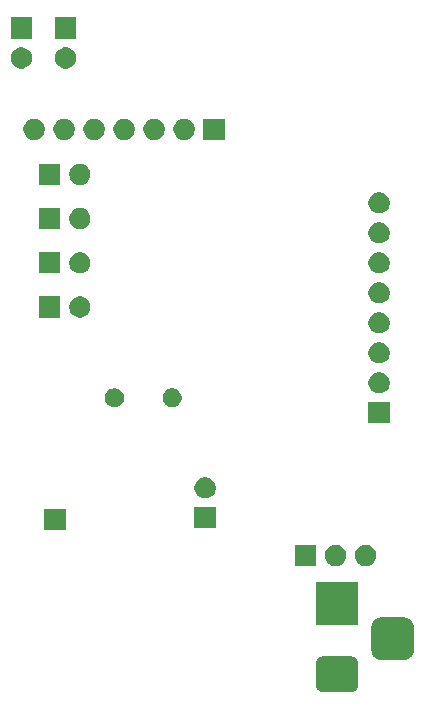
<source format=gbr>
G04 #@! TF.GenerationSoftware,KiCad,Pcbnew,(5.1.6)-1*
G04 #@! TF.CreationDate,2020-08-07T20:36:43-05:00*
G04 #@! TF.ProjectId,EncoderBoard2,456e636f-6465-4724-926f-617264322e6b,v1.0*
G04 #@! TF.SameCoordinates,Original*
G04 #@! TF.FileFunction,Soldermask,Bot*
G04 #@! TF.FilePolarity,Negative*
%FSLAX46Y46*%
G04 Gerber Fmt 4.6, Leading zero omitted, Abs format (unit mm)*
G04 Created by KiCad (PCBNEW (5.1.6)-1) date 2020-08-07 20:36:43*
%MOMM*%
%LPD*%
G01*
G04 APERTURE LIST*
%ADD10C,0.100000*%
G04 APERTURE END LIST*
D10*
G36*
X134957979Y-143579093D02*
G01*
X135091625Y-143619634D01*
X135214784Y-143685464D01*
X135322740Y-143774060D01*
X135411336Y-143882016D01*
X135477166Y-144005175D01*
X135517707Y-144138821D01*
X135532000Y-144283940D01*
X135532000Y-145947660D01*
X135517707Y-146092779D01*
X135477166Y-146226425D01*
X135411336Y-146349584D01*
X135322740Y-146457540D01*
X135214784Y-146546136D01*
X135091625Y-146611966D01*
X134957979Y-146652507D01*
X134812860Y-146666800D01*
X132649140Y-146666800D01*
X132504021Y-146652507D01*
X132370375Y-146611966D01*
X132247216Y-146546136D01*
X132139260Y-146457540D01*
X132050664Y-146349584D01*
X131984834Y-146226425D01*
X131944293Y-146092779D01*
X131930000Y-145947660D01*
X131930000Y-144283940D01*
X131944293Y-144138821D01*
X131984834Y-144005175D01*
X132050664Y-143882016D01*
X132139260Y-143774060D01*
X132247216Y-143685464D01*
X132370375Y-143619634D01*
X132504021Y-143579093D01*
X132649140Y-143564800D01*
X134812860Y-143564800D01*
X134957979Y-143579093D01*
G37*
G36*
X139557366Y-140331495D02*
G01*
X139714460Y-140379149D01*
X139859231Y-140456531D01*
X139986128Y-140560672D01*
X140090269Y-140687569D01*
X140167651Y-140832340D01*
X140215305Y-140989434D01*
X140232000Y-141158940D01*
X140232000Y-143072660D01*
X140215305Y-143242166D01*
X140167651Y-143399260D01*
X140090269Y-143544031D01*
X139986128Y-143670928D01*
X139859231Y-143775069D01*
X139714460Y-143852451D01*
X139557366Y-143900105D01*
X139387860Y-143916800D01*
X137474140Y-143916800D01*
X137304634Y-143900105D01*
X137147540Y-143852451D01*
X137002769Y-143775069D01*
X136875872Y-143670928D01*
X136771731Y-143544031D01*
X136694349Y-143399260D01*
X136646695Y-143242166D01*
X136630000Y-143072660D01*
X136630000Y-141158940D01*
X136646695Y-140989434D01*
X136694349Y-140832340D01*
X136771731Y-140687569D01*
X136875872Y-140560672D01*
X137002769Y-140456531D01*
X137147540Y-140379149D01*
X137304634Y-140331495D01*
X137474140Y-140314800D01*
X139387860Y-140314800D01*
X139557366Y-140331495D01*
G37*
G36*
X135532000Y-140916800D02*
G01*
X131930000Y-140916800D01*
X131930000Y-137314800D01*
X135532000Y-137314800D01*
X135532000Y-140916800D01*
G37*
G36*
X136257512Y-134155727D02*
G01*
X136406812Y-134185424D01*
X136570784Y-134253344D01*
X136718354Y-134351947D01*
X136843853Y-134477446D01*
X136942456Y-134625016D01*
X137010376Y-134788988D01*
X137045000Y-134963059D01*
X137045000Y-135140541D01*
X137010376Y-135314612D01*
X136942456Y-135478584D01*
X136843853Y-135626154D01*
X136718354Y-135751653D01*
X136570784Y-135850256D01*
X136406812Y-135918176D01*
X136257512Y-135947873D01*
X136232742Y-135952800D01*
X136055258Y-135952800D01*
X136030488Y-135947873D01*
X135881188Y-135918176D01*
X135717216Y-135850256D01*
X135569646Y-135751653D01*
X135444147Y-135626154D01*
X135345544Y-135478584D01*
X135277624Y-135314612D01*
X135243000Y-135140541D01*
X135243000Y-134963059D01*
X135277624Y-134788988D01*
X135345544Y-134625016D01*
X135444147Y-134477446D01*
X135569646Y-134351947D01*
X135717216Y-134253344D01*
X135881188Y-134185424D01*
X136030488Y-134155727D01*
X136055258Y-134150800D01*
X136232742Y-134150800D01*
X136257512Y-134155727D01*
G37*
G36*
X133717512Y-134155727D02*
G01*
X133866812Y-134185424D01*
X134030784Y-134253344D01*
X134178354Y-134351947D01*
X134303853Y-134477446D01*
X134402456Y-134625016D01*
X134470376Y-134788988D01*
X134505000Y-134963059D01*
X134505000Y-135140541D01*
X134470376Y-135314612D01*
X134402456Y-135478584D01*
X134303853Y-135626154D01*
X134178354Y-135751653D01*
X134030784Y-135850256D01*
X133866812Y-135918176D01*
X133717512Y-135947873D01*
X133692742Y-135952800D01*
X133515258Y-135952800D01*
X133490488Y-135947873D01*
X133341188Y-135918176D01*
X133177216Y-135850256D01*
X133029646Y-135751653D01*
X132904147Y-135626154D01*
X132805544Y-135478584D01*
X132737624Y-135314612D01*
X132703000Y-135140541D01*
X132703000Y-134963059D01*
X132737624Y-134788988D01*
X132805544Y-134625016D01*
X132904147Y-134477446D01*
X133029646Y-134351947D01*
X133177216Y-134253344D01*
X133341188Y-134185424D01*
X133490488Y-134155727D01*
X133515258Y-134150800D01*
X133692742Y-134150800D01*
X133717512Y-134155727D01*
G37*
G36*
X131965000Y-135952800D02*
G01*
X130163000Y-135952800D01*
X130163000Y-134150800D01*
X131965000Y-134150800D01*
X131965000Y-135952800D01*
G37*
G36*
X110756000Y-132904800D02*
G01*
X108954000Y-132904800D01*
X108954000Y-131102800D01*
X110756000Y-131102800D01*
X110756000Y-132904800D01*
G37*
G36*
X123456000Y-132777800D02*
G01*
X121654000Y-132777800D01*
X121654000Y-130975800D01*
X123456000Y-130975800D01*
X123456000Y-132777800D01*
G37*
G36*
X122668512Y-128440727D02*
G01*
X122817812Y-128470424D01*
X122981784Y-128538344D01*
X123129354Y-128636947D01*
X123254853Y-128762446D01*
X123353456Y-128910016D01*
X123421376Y-129073988D01*
X123456000Y-129248059D01*
X123456000Y-129425541D01*
X123421376Y-129599612D01*
X123353456Y-129763584D01*
X123254853Y-129911154D01*
X123129354Y-130036653D01*
X122981784Y-130135256D01*
X122817812Y-130203176D01*
X122668512Y-130232873D01*
X122643742Y-130237800D01*
X122466258Y-130237800D01*
X122441488Y-130232873D01*
X122292188Y-130203176D01*
X122128216Y-130135256D01*
X121980646Y-130036653D01*
X121855147Y-129911154D01*
X121756544Y-129763584D01*
X121688624Y-129599612D01*
X121654000Y-129425541D01*
X121654000Y-129248059D01*
X121688624Y-129073988D01*
X121756544Y-128910016D01*
X121855147Y-128762446D01*
X121980646Y-128636947D01*
X122128216Y-128538344D01*
X122292188Y-128470424D01*
X122441488Y-128440727D01*
X122466258Y-128435800D01*
X122643742Y-128435800D01*
X122668512Y-128440727D01*
G37*
G36*
X138188000Y-123887800D02*
G01*
X136386000Y-123887800D01*
X136386000Y-122085800D01*
X138188000Y-122085800D01*
X138188000Y-123887800D01*
G37*
G36*
X115114642Y-120946581D02*
G01*
X115260414Y-121006962D01*
X115260416Y-121006963D01*
X115391608Y-121094622D01*
X115503178Y-121206192D01*
X115590837Y-121337384D01*
X115590838Y-121337386D01*
X115651219Y-121483158D01*
X115682000Y-121637907D01*
X115682000Y-121795693D01*
X115651219Y-121950442D01*
X115590838Y-122096214D01*
X115590837Y-122096216D01*
X115503178Y-122227408D01*
X115391608Y-122338978D01*
X115260416Y-122426637D01*
X115260415Y-122426638D01*
X115260414Y-122426638D01*
X115114642Y-122487019D01*
X114959893Y-122517800D01*
X114802107Y-122517800D01*
X114647358Y-122487019D01*
X114501586Y-122426638D01*
X114501585Y-122426638D01*
X114501584Y-122426637D01*
X114370392Y-122338978D01*
X114258822Y-122227408D01*
X114171163Y-122096216D01*
X114171162Y-122096214D01*
X114110781Y-121950442D01*
X114080000Y-121795693D01*
X114080000Y-121637907D01*
X114110781Y-121483158D01*
X114171162Y-121337386D01*
X114171163Y-121337384D01*
X114258822Y-121206192D01*
X114370392Y-121094622D01*
X114501584Y-121006963D01*
X114501586Y-121006962D01*
X114647358Y-120946581D01*
X114802107Y-120915800D01*
X114959893Y-120915800D01*
X115114642Y-120946581D01*
G37*
G36*
X119994642Y-120946581D02*
G01*
X120140414Y-121006962D01*
X120140416Y-121006963D01*
X120271608Y-121094622D01*
X120383178Y-121206192D01*
X120470837Y-121337384D01*
X120470838Y-121337386D01*
X120531219Y-121483158D01*
X120562000Y-121637907D01*
X120562000Y-121795693D01*
X120531219Y-121950442D01*
X120470838Y-122096214D01*
X120470837Y-122096216D01*
X120383178Y-122227408D01*
X120271608Y-122338978D01*
X120140416Y-122426637D01*
X120140415Y-122426638D01*
X120140414Y-122426638D01*
X119994642Y-122487019D01*
X119839893Y-122517800D01*
X119682107Y-122517800D01*
X119527358Y-122487019D01*
X119381586Y-122426638D01*
X119381585Y-122426638D01*
X119381584Y-122426637D01*
X119250392Y-122338978D01*
X119138822Y-122227408D01*
X119051163Y-122096216D01*
X119051162Y-122096214D01*
X118990781Y-121950442D01*
X118960000Y-121795693D01*
X118960000Y-121637907D01*
X118990781Y-121483158D01*
X119051162Y-121337386D01*
X119051163Y-121337384D01*
X119138822Y-121206192D01*
X119250392Y-121094622D01*
X119381584Y-121006963D01*
X119381586Y-121006962D01*
X119527358Y-120946581D01*
X119682107Y-120915800D01*
X119839893Y-120915800D01*
X119994642Y-120946581D01*
G37*
G36*
X137400512Y-119550727D02*
G01*
X137549812Y-119580424D01*
X137713784Y-119648344D01*
X137861354Y-119746947D01*
X137986853Y-119872446D01*
X138085456Y-120020016D01*
X138153376Y-120183988D01*
X138188000Y-120358059D01*
X138188000Y-120535541D01*
X138153376Y-120709612D01*
X138085456Y-120873584D01*
X137986853Y-121021154D01*
X137861354Y-121146653D01*
X137713784Y-121245256D01*
X137549812Y-121313176D01*
X137400512Y-121342873D01*
X137375742Y-121347800D01*
X137198258Y-121347800D01*
X137173488Y-121342873D01*
X137024188Y-121313176D01*
X136860216Y-121245256D01*
X136712646Y-121146653D01*
X136587147Y-121021154D01*
X136488544Y-120873584D01*
X136420624Y-120709612D01*
X136386000Y-120535541D01*
X136386000Y-120358059D01*
X136420624Y-120183988D01*
X136488544Y-120020016D01*
X136587147Y-119872446D01*
X136712646Y-119746947D01*
X136860216Y-119648344D01*
X137024188Y-119580424D01*
X137173488Y-119550727D01*
X137198258Y-119545800D01*
X137375742Y-119545800D01*
X137400512Y-119550727D01*
G37*
G36*
X137400512Y-117010727D02*
G01*
X137549812Y-117040424D01*
X137713784Y-117108344D01*
X137861354Y-117206947D01*
X137986853Y-117332446D01*
X138085456Y-117480016D01*
X138153376Y-117643988D01*
X138188000Y-117818059D01*
X138188000Y-117995541D01*
X138153376Y-118169612D01*
X138085456Y-118333584D01*
X137986853Y-118481154D01*
X137861354Y-118606653D01*
X137713784Y-118705256D01*
X137549812Y-118773176D01*
X137400512Y-118802873D01*
X137375742Y-118807800D01*
X137198258Y-118807800D01*
X137173488Y-118802873D01*
X137024188Y-118773176D01*
X136860216Y-118705256D01*
X136712646Y-118606653D01*
X136587147Y-118481154D01*
X136488544Y-118333584D01*
X136420624Y-118169612D01*
X136386000Y-117995541D01*
X136386000Y-117818059D01*
X136420624Y-117643988D01*
X136488544Y-117480016D01*
X136587147Y-117332446D01*
X136712646Y-117206947D01*
X136860216Y-117108344D01*
X137024188Y-117040424D01*
X137173488Y-117010727D01*
X137198258Y-117005800D01*
X137375742Y-117005800D01*
X137400512Y-117010727D01*
G37*
G36*
X137400512Y-114470727D02*
G01*
X137549812Y-114500424D01*
X137713784Y-114568344D01*
X137861354Y-114666947D01*
X137986853Y-114792446D01*
X138085456Y-114940016D01*
X138153376Y-115103988D01*
X138188000Y-115278059D01*
X138188000Y-115455541D01*
X138153376Y-115629612D01*
X138085456Y-115793584D01*
X137986853Y-115941154D01*
X137861354Y-116066653D01*
X137713784Y-116165256D01*
X137549812Y-116233176D01*
X137400512Y-116262873D01*
X137375742Y-116267800D01*
X137198258Y-116267800D01*
X137173488Y-116262873D01*
X137024188Y-116233176D01*
X136860216Y-116165256D01*
X136712646Y-116066653D01*
X136587147Y-115941154D01*
X136488544Y-115793584D01*
X136420624Y-115629612D01*
X136386000Y-115455541D01*
X136386000Y-115278059D01*
X136420624Y-115103988D01*
X136488544Y-114940016D01*
X136587147Y-114792446D01*
X136712646Y-114666947D01*
X136860216Y-114568344D01*
X137024188Y-114500424D01*
X137173488Y-114470727D01*
X137198258Y-114465800D01*
X137375742Y-114465800D01*
X137400512Y-114470727D01*
G37*
G36*
X112064012Y-113137227D02*
G01*
X112213312Y-113166924D01*
X112377284Y-113234844D01*
X112524854Y-113333447D01*
X112650353Y-113458946D01*
X112748956Y-113606516D01*
X112816876Y-113770488D01*
X112851500Y-113944559D01*
X112851500Y-114122041D01*
X112816876Y-114296112D01*
X112748956Y-114460084D01*
X112650353Y-114607654D01*
X112524854Y-114733153D01*
X112377284Y-114831756D01*
X112213312Y-114899676D01*
X112064012Y-114929373D01*
X112039242Y-114934300D01*
X111861758Y-114934300D01*
X111836988Y-114929373D01*
X111687688Y-114899676D01*
X111523716Y-114831756D01*
X111376146Y-114733153D01*
X111250647Y-114607654D01*
X111152044Y-114460084D01*
X111084124Y-114296112D01*
X111049500Y-114122041D01*
X111049500Y-113944559D01*
X111084124Y-113770488D01*
X111152044Y-113606516D01*
X111250647Y-113458946D01*
X111376146Y-113333447D01*
X111523716Y-113234844D01*
X111687688Y-113166924D01*
X111836988Y-113137227D01*
X111861758Y-113132300D01*
X112039242Y-113132300D01*
X112064012Y-113137227D01*
G37*
G36*
X110311500Y-114934300D02*
G01*
X108509500Y-114934300D01*
X108509500Y-113132300D01*
X110311500Y-113132300D01*
X110311500Y-114934300D01*
G37*
G36*
X137400512Y-111930727D02*
G01*
X137549812Y-111960424D01*
X137713784Y-112028344D01*
X137861354Y-112126947D01*
X137986853Y-112252446D01*
X138085456Y-112400016D01*
X138153376Y-112563988D01*
X138188000Y-112738059D01*
X138188000Y-112915541D01*
X138153376Y-113089612D01*
X138085456Y-113253584D01*
X137986853Y-113401154D01*
X137861354Y-113526653D01*
X137713784Y-113625256D01*
X137549812Y-113693176D01*
X137400512Y-113722873D01*
X137375742Y-113727800D01*
X137198258Y-113727800D01*
X137173488Y-113722873D01*
X137024188Y-113693176D01*
X136860216Y-113625256D01*
X136712646Y-113526653D01*
X136587147Y-113401154D01*
X136488544Y-113253584D01*
X136420624Y-113089612D01*
X136386000Y-112915541D01*
X136386000Y-112738059D01*
X136420624Y-112563988D01*
X136488544Y-112400016D01*
X136587147Y-112252446D01*
X136712646Y-112126947D01*
X136860216Y-112028344D01*
X137024188Y-111960424D01*
X137173488Y-111930727D01*
X137198258Y-111925800D01*
X137375742Y-111925800D01*
X137400512Y-111930727D01*
G37*
G36*
X112064012Y-109390727D02*
G01*
X112213312Y-109420424D01*
X112377284Y-109488344D01*
X112524854Y-109586947D01*
X112650353Y-109712446D01*
X112748956Y-109860016D01*
X112816876Y-110023988D01*
X112851500Y-110198059D01*
X112851500Y-110375541D01*
X112816876Y-110549612D01*
X112748956Y-110713584D01*
X112650353Y-110861154D01*
X112524854Y-110986653D01*
X112377284Y-111085256D01*
X112213312Y-111153176D01*
X112064012Y-111182873D01*
X112039242Y-111187800D01*
X111861758Y-111187800D01*
X111836988Y-111182873D01*
X111687688Y-111153176D01*
X111523716Y-111085256D01*
X111376146Y-110986653D01*
X111250647Y-110861154D01*
X111152044Y-110713584D01*
X111084124Y-110549612D01*
X111049500Y-110375541D01*
X111049500Y-110198059D01*
X111084124Y-110023988D01*
X111152044Y-109860016D01*
X111250647Y-109712446D01*
X111376146Y-109586947D01*
X111523716Y-109488344D01*
X111687688Y-109420424D01*
X111836988Y-109390727D01*
X111861758Y-109385800D01*
X112039242Y-109385800D01*
X112064012Y-109390727D01*
G37*
G36*
X110311500Y-111187800D02*
G01*
X108509500Y-111187800D01*
X108509500Y-109385800D01*
X110311500Y-109385800D01*
X110311500Y-111187800D01*
G37*
G36*
X137400512Y-109390727D02*
G01*
X137549812Y-109420424D01*
X137713784Y-109488344D01*
X137861354Y-109586947D01*
X137986853Y-109712446D01*
X138085456Y-109860016D01*
X138153376Y-110023988D01*
X138188000Y-110198059D01*
X138188000Y-110375541D01*
X138153376Y-110549612D01*
X138085456Y-110713584D01*
X137986853Y-110861154D01*
X137861354Y-110986653D01*
X137713784Y-111085256D01*
X137549812Y-111153176D01*
X137400512Y-111182873D01*
X137375742Y-111187800D01*
X137198258Y-111187800D01*
X137173488Y-111182873D01*
X137024188Y-111153176D01*
X136860216Y-111085256D01*
X136712646Y-110986653D01*
X136587147Y-110861154D01*
X136488544Y-110713584D01*
X136420624Y-110549612D01*
X136386000Y-110375541D01*
X136386000Y-110198059D01*
X136420624Y-110023988D01*
X136488544Y-109860016D01*
X136587147Y-109712446D01*
X136712646Y-109586947D01*
X136860216Y-109488344D01*
X137024188Y-109420424D01*
X137173488Y-109390727D01*
X137198258Y-109385800D01*
X137375742Y-109385800D01*
X137400512Y-109390727D01*
G37*
G36*
X137400512Y-106850727D02*
G01*
X137549812Y-106880424D01*
X137713784Y-106948344D01*
X137861354Y-107046947D01*
X137986853Y-107172446D01*
X138085456Y-107320016D01*
X138153376Y-107483988D01*
X138188000Y-107658059D01*
X138188000Y-107835541D01*
X138153376Y-108009612D01*
X138085456Y-108173584D01*
X137986853Y-108321154D01*
X137861354Y-108446653D01*
X137713784Y-108545256D01*
X137549812Y-108613176D01*
X137400512Y-108642873D01*
X137375742Y-108647800D01*
X137198258Y-108647800D01*
X137173488Y-108642873D01*
X137024188Y-108613176D01*
X136860216Y-108545256D01*
X136712646Y-108446653D01*
X136587147Y-108321154D01*
X136488544Y-108173584D01*
X136420624Y-108009612D01*
X136386000Y-107835541D01*
X136386000Y-107658059D01*
X136420624Y-107483988D01*
X136488544Y-107320016D01*
X136587147Y-107172446D01*
X136712646Y-107046947D01*
X136860216Y-106948344D01*
X137024188Y-106880424D01*
X137173488Y-106850727D01*
X137198258Y-106845800D01*
X137375742Y-106845800D01*
X137400512Y-106850727D01*
G37*
G36*
X112064012Y-105644227D02*
G01*
X112213312Y-105673924D01*
X112377284Y-105741844D01*
X112524854Y-105840447D01*
X112650353Y-105965946D01*
X112748956Y-106113516D01*
X112816876Y-106277488D01*
X112851500Y-106451559D01*
X112851500Y-106629041D01*
X112816876Y-106803112D01*
X112748956Y-106967084D01*
X112650353Y-107114654D01*
X112524854Y-107240153D01*
X112377284Y-107338756D01*
X112213312Y-107406676D01*
X112064012Y-107436373D01*
X112039242Y-107441300D01*
X111861758Y-107441300D01*
X111836988Y-107436373D01*
X111687688Y-107406676D01*
X111523716Y-107338756D01*
X111376146Y-107240153D01*
X111250647Y-107114654D01*
X111152044Y-106967084D01*
X111084124Y-106803112D01*
X111049500Y-106629041D01*
X111049500Y-106451559D01*
X111084124Y-106277488D01*
X111152044Y-106113516D01*
X111250647Y-105965946D01*
X111376146Y-105840447D01*
X111523716Y-105741844D01*
X111687688Y-105673924D01*
X111836988Y-105644227D01*
X111861758Y-105639300D01*
X112039242Y-105639300D01*
X112064012Y-105644227D01*
G37*
G36*
X110311500Y-107441300D02*
G01*
X108509500Y-107441300D01*
X108509500Y-105639300D01*
X110311500Y-105639300D01*
X110311500Y-107441300D01*
G37*
G36*
X137400512Y-104310727D02*
G01*
X137549812Y-104340424D01*
X137713784Y-104408344D01*
X137861354Y-104506947D01*
X137986853Y-104632446D01*
X138085456Y-104780016D01*
X138153376Y-104943988D01*
X138188000Y-105118059D01*
X138188000Y-105295541D01*
X138153376Y-105469612D01*
X138085456Y-105633584D01*
X137986853Y-105781154D01*
X137861354Y-105906653D01*
X137713784Y-106005256D01*
X137549812Y-106073176D01*
X137400512Y-106102873D01*
X137375742Y-106107800D01*
X137198258Y-106107800D01*
X137173488Y-106102873D01*
X137024188Y-106073176D01*
X136860216Y-106005256D01*
X136712646Y-105906653D01*
X136587147Y-105781154D01*
X136488544Y-105633584D01*
X136420624Y-105469612D01*
X136386000Y-105295541D01*
X136386000Y-105118059D01*
X136420624Y-104943988D01*
X136488544Y-104780016D01*
X136587147Y-104632446D01*
X136712646Y-104506947D01*
X136860216Y-104408344D01*
X137024188Y-104340424D01*
X137173488Y-104310727D01*
X137198258Y-104305800D01*
X137375742Y-104305800D01*
X137400512Y-104310727D01*
G37*
G36*
X112064012Y-101897727D02*
G01*
X112213312Y-101927424D01*
X112377284Y-101995344D01*
X112524854Y-102093947D01*
X112650353Y-102219446D01*
X112748956Y-102367016D01*
X112816876Y-102530988D01*
X112851500Y-102705059D01*
X112851500Y-102882541D01*
X112816876Y-103056612D01*
X112748956Y-103220584D01*
X112650353Y-103368154D01*
X112524854Y-103493653D01*
X112377284Y-103592256D01*
X112213312Y-103660176D01*
X112064012Y-103689873D01*
X112039242Y-103694800D01*
X111861758Y-103694800D01*
X111836988Y-103689873D01*
X111687688Y-103660176D01*
X111523716Y-103592256D01*
X111376146Y-103493653D01*
X111250647Y-103368154D01*
X111152044Y-103220584D01*
X111084124Y-103056612D01*
X111049500Y-102882541D01*
X111049500Y-102705059D01*
X111084124Y-102530988D01*
X111152044Y-102367016D01*
X111250647Y-102219446D01*
X111376146Y-102093947D01*
X111523716Y-101995344D01*
X111687688Y-101927424D01*
X111836988Y-101897727D01*
X111861758Y-101892800D01*
X112039242Y-101892800D01*
X112064012Y-101897727D01*
G37*
G36*
X110311500Y-103694800D02*
G01*
X108509500Y-103694800D01*
X108509500Y-101892800D01*
X110311500Y-101892800D01*
X110311500Y-103694800D01*
G37*
G36*
X120890512Y-98087727D02*
G01*
X121039812Y-98117424D01*
X121203784Y-98185344D01*
X121351354Y-98283947D01*
X121476853Y-98409446D01*
X121575456Y-98557016D01*
X121643376Y-98720988D01*
X121678000Y-98895059D01*
X121678000Y-99072541D01*
X121643376Y-99246612D01*
X121575456Y-99410584D01*
X121476853Y-99558154D01*
X121351354Y-99683653D01*
X121203784Y-99782256D01*
X121039812Y-99850176D01*
X120890512Y-99879873D01*
X120865742Y-99884800D01*
X120688258Y-99884800D01*
X120663488Y-99879873D01*
X120514188Y-99850176D01*
X120350216Y-99782256D01*
X120202646Y-99683653D01*
X120077147Y-99558154D01*
X119978544Y-99410584D01*
X119910624Y-99246612D01*
X119876000Y-99072541D01*
X119876000Y-98895059D01*
X119910624Y-98720988D01*
X119978544Y-98557016D01*
X120077147Y-98409446D01*
X120202646Y-98283947D01*
X120350216Y-98185344D01*
X120514188Y-98117424D01*
X120663488Y-98087727D01*
X120688258Y-98082800D01*
X120865742Y-98082800D01*
X120890512Y-98087727D01*
G37*
G36*
X110730512Y-98087727D02*
G01*
X110879812Y-98117424D01*
X111043784Y-98185344D01*
X111191354Y-98283947D01*
X111316853Y-98409446D01*
X111415456Y-98557016D01*
X111483376Y-98720988D01*
X111518000Y-98895059D01*
X111518000Y-99072541D01*
X111483376Y-99246612D01*
X111415456Y-99410584D01*
X111316853Y-99558154D01*
X111191354Y-99683653D01*
X111043784Y-99782256D01*
X110879812Y-99850176D01*
X110730512Y-99879873D01*
X110705742Y-99884800D01*
X110528258Y-99884800D01*
X110503488Y-99879873D01*
X110354188Y-99850176D01*
X110190216Y-99782256D01*
X110042646Y-99683653D01*
X109917147Y-99558154D01*
X109818544Y-99410584D01*
X109750624Y-99246612D01*
X109716000Y-99072541D01*
X109716000Y-98895059D01*
X109750624Y-98720988D01*
X109818544Y-98557016D01*
X109917147Y-98409446D01*
X110042646Y-98283947D01*
X110190216Y-98185344D01*
X110354188Y-98117424D01*
X110503488Y-98087727D01*
X110528258Y-98082800D01*
X110705742Y-98082800D01*
X110730512Y-98087727D01*
G37*
G36*
X113270512Y-98087727D02*
G01*
X113419812Y-98117424D01*
X113583784Y-98185344D01*
X113731354Y-98283947D01*
X113856853Y-98409446D01*
X113955456Y-98557016D01*
X114023376Y-98720988D01*
X114058000Y-98895059D01*
X114058000Y-99072541D01*
X114023376Y-99246612D01*
X113955456Y-99410584D01*
X113856853Y-99558154D01*
X113731354Y-99683653D01*
X113583784Y-99782256D01*
X113419812Y-99850176D01*
X113270512Y-99879873D01*
X113245742Y-99884800D01*
X113068258Y-99884800D01*
X113043488Y-99879873D01*
X112894188Y-99850176D01*
X112730216Y-99782256D01*
X112582646Y-99683653D01*
X112457147Y-99558154D01*
X112358544Y-99410584D01*
X112290624Y-99246612D01*
X112256000Y-99072541D01*
X112256000Y-98895059D01*
X112290624Y-98720988D01*
X112358544Y-98557016D01*
X112457147Y-98409446D01*
X112582646Y-98283947D01*
X112730216Y-98185344D01*
X112894188Y-98117424D01*
X113043488Y-98087727D01*
X113068258Y-98082800D01*
X113245742Y-98082800D01*
X113270512Y-98087727D01*
G37*
G36*
X115810512Y-98087727D02*
G01*
X115959812Y-98117424D01*
X116123784Y-98185344D01*
X116271354Y-98283947D01*
X116396853Y-98409446D01*
X116495456Y-98557016D01*
X116563376Y-98720988D01*
X116598000Y-98895059D01*
X116598000Y-99072541D01*
X116563376Y-99246612D01*
X116495456Y-99410584D01*
X116396853Y-99558154D01*
X116271354Y-99683653D01*
X116123784Y-99782256D01*
X115959812Y-99850176D01*
X115810512Y-99879873D01*
X115785742Y-99884800D01*
X115608258Y-99884800D01*
X115583488Y-99879873D01*
X115434188Y-99850176D01*
X115270216Y-99782256D01*
X115122646Y-99683653D01*
X114997147Y-99558154D01*
X114898544Y-99410584D01*
X114830624Y-99246612D01*
X114796000Y-99072541D01*
X114796000Y-98895059D01*
X114830624Y-98720988D01*
X114898544Y-98557016D01*
X114997147Y-98409446D01*
X115122646Y-98283947D01*
X115270216Y-98185344D01*
X115434188Y-98117424D01*
X115583488Y-98087727D01*
X115608258Y-98082800D01*
X115785742Y-98082800D01*
X115810512Y-98087727D01*
G37*
G36*
X118350512Y-98087727D02*
G01*
X118499812Y-98117424D01*
X118663784Y-98185344D01*
X118811354Y-98283947D01*
X118936853Y-98409446D01*
X119035456Y-98557016D01*
X119103376Y-98720988D01*
X119138000Y-98895059D01*
X119138000Y-99072541D01*
X119103376Y-99246612D01*
X119035456Y-99410584D01*
X118936853Y-99558154D01*
X118811354Y-99683653D01*
X118663784Y-99782256D01*
X118499812Y-99850176D01*
X118350512Y-99879873D01*
X118325742Y-99884800D01*
X118148258Y-99884800D01*
X118123488Y-99879873D01*
X117974188Y-99850176D01*
X117810216Y-99782256D01*
X117662646Y-99683653D01*
X117537147Y-99558154D01*
X117438544Y-99410584D01*
X117370624Y-99246612D01*
X117336000Y-99072541D01*
X117336000Y-98895059D01*
X117370624Y-98720988D01*
X117438544Y-98557016D01*
X117537147Y-98409446D01*
X117662646Y-98283947D01*
X117810216Y-98185344D01*
X117974188Y-98117424D01*
X118123488Y-98087727D01*
X118148258Y-98082800D01*
X118325742Y-98082800D01*
X118350512Y-98087727D01*
G37*
G36*
X124218000Y-99884800D02*
G01*
X122416000Y-99884800D01*
X122416000Y-98082800D01*
X124218000Y-98082800D01*
X124218000Y-99884800D01*
G37*
G36*
X108190512Y-98087727D02*
G01*
X108339812Y-98117424D01*
X108503784Y-98185344D01*
X108651354Y-98283947D01*
X108776853Y-98409446D01*
X108875456Y-98557016D01*
X108943376Y-98720988D01*
X108978000Y-98895059D01*
X108978000Y-99072541D01*
X108943376Y-99246612D01*
X108875456Y-99410584D01*
X108776853Y-99558154D01*
X108651354Y-99683653D01*
X108503784Y-99782256D01*
X108339812Y-99850176D01*
X108190512Y-99879873D01*
X108165742Y-99884800D01*
X107988258Y-99884800D01*
X107963488Y-99879873D01*
X107814188Y-99850176D01*
X107650216Y-99782256D01*
X107502646Y-99683653D01*
X107377147Y-99558154D01*
X107278544Y-99410584D01*
X107210624Y-99246612D01*
X107176000Y-99072541D01*
X107176000Y-98895059D01*
X107210624Y-98720988D01*
X107278544Y-98557016D01*
X107377147Y-98409446D01*
X107502646Y-98283947D01*
X107650216Y-98185344D01*
X107814188Y-98117424D01*
X107963488Y-98087727D01*
X107988258Y-98082800D01*
X108165742Y-98082800D01*
X108190512Y-98087727D01*
G37*
G36*
X110857512Y-92055227D02*
G01*
X111006812Y-92084924D01*
X111170784Y-92152844D01*
X111318354Y-92251447D01*
X111443853Y-92376946D01*
X111542456Y-92524516D01*
X111610376Y-92688488D01*
X111645000Y-92862559D01*
X111645000Y-93040041D01*
X111610376Y-93214112D01*
X111542456Y-93378084D01*
X111443853Y-93525654D01*
X111318354Y-93651153D01*
X111170784Y-93749756D01*
X111006812Y-93817676D01*
X110857512Y-93847373D01*
X110832742Y-93852300D01*
X110655258Y-93852300D01*
X110630488Y-93847373D01*
X110481188Y-93817676D01*
X110317216Y-93749756D01*
X110169646Y-93651153D01*
X110044147Y-93525654D01*
X109945544Y-93378084D01*
X109877624Y-93214112D01*
X109843000Y-93040041D01*
X109843000Y-92862559D01*
X109877624Y-92688488D01*
X109945544Y-92524516D01*
X110044147Y-92376946D01*
X110169646Y-92251447D01*
X110317216Y-92152844D01*
X110481188Y-92084924D01*
X110630488Y-92055227D01*
X110655258Y-92050300D01*
X110832742Y-92050300D01*
X110857512Y-92055227D01*
G37*
G36*
X107111012Y-92055227D02*
G01*
X107260312Y-92084924D01*
X107424284Y-92152844D01*
X107571854Y-92251447D01*
X107697353Y-92376946D01*
X107795956Y-92524516D01*
X107863876Y-92688488D01*
X107898500Y-92862559D01*
X107898500Y-93040041D01*
X107863876Y-93214112D01*
X107795956Y-93378084D01*
X107697353Y-93525654D01*
X107571854Y-93651153D01*
X107424284Y-93749756D01*
X107260312Y-93817676D01*
X107111012Y-93847373D01*
X107086242Y-93852300D01*
X106908758Y-93852300D01*
X106883988Y-93847373D01*
X106734688Y-93817676D01*
X106570716Y-93749756D01*
X106423146Y-93651153D01*
X106297647Y-93525654D01*
X106199044Y-93378084D01*
X106131124Y-93214112D01*
X106096500Y-93040041D01*
X106096500Y-92862559D01*
X106131124Y-92688488D01*
X106199044Y-92524516D01*
X106297647Y-92376946D01*
X106423146Y-92251447D01*
X106570716Y-92152844D01*
X106734688Y-92084924D01*
X106883988Y-92055227D01*
X106908758Y-92050300D01*
X107086242Y-92050300D01*
X107111012Y-92055227D01*
G37*
G36*
X111645000Y-91312300D02*
G01*
X109843000Y-91312300D01*
X109843000Y-89510300D01*
X111645000Y-89510300D01*
X111645000Y-91312300D01*
G37*
G36*
X107898500Y-91312300D02*
G01*
X106096500Y-91312300D01*
X106096500Y-89510300D01*
X107898500Y-89510300D01*
X107898500Y-91312300D01*
G37*
M02*

</source>
